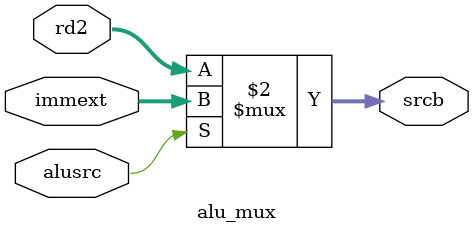
<source format=sv>
module alu_mux(input wire alusrc,input wire [31:0]rd2,input wire [31:0]immext,output wire [31:0] srcb);
  assign srcb = (alusrc == 1'b0)?rd2:immext;
endmodule

</source>
